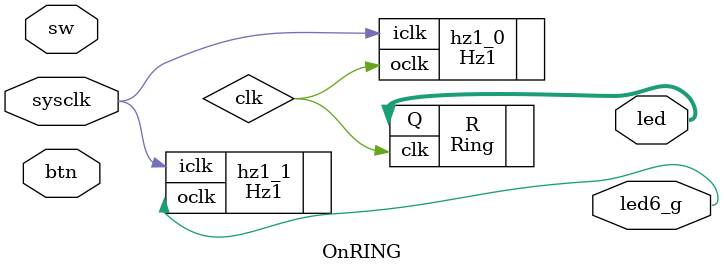
<source format=v>
`timescale 1ns / 1ps


module OnRING(
    output led6_g,
    output [3:0]led,
    input sysclk,
    input[3:0]sw,
    input [3:0]btn
    );
    
    wire clk;
    
    Hz1#(125000000, 1) hz1_0(.oclk(clk), .iclk(sysclk));
    Hz1#(125000000, 1) hz1_1(.oclk(led6_g), .iclk(sysclk));
    
    Ring R(.Q(led), .clk(clk));
endmodule

</source>
